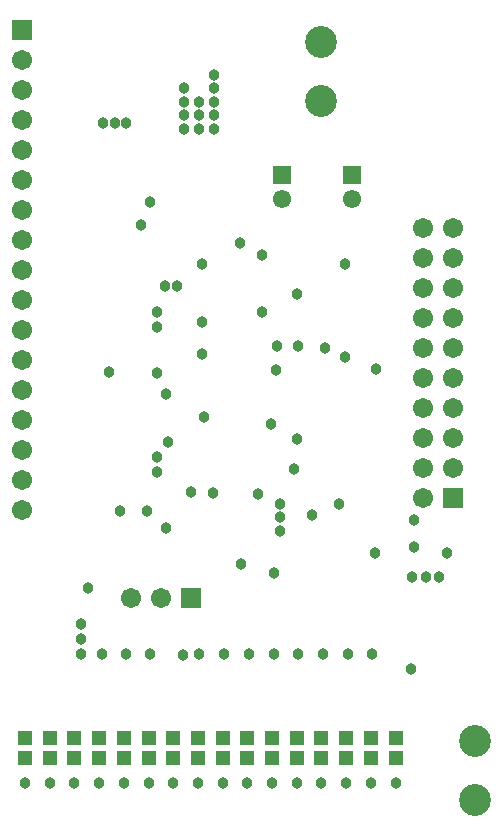
<source format=gbs>
%FSDAX24Y24*%
%MOIN*%
%SFA1B1*%

%IPPOS*%
%ADD41R,0.047400X0.051300*%
%ADD54C,0.061100*%
%ADD55R,0.061100X0.061100*%
%ADD56C,0.106400*%
%ADD57C,0.067100*%
%ADD58R,0.067100X0.067100*%
%ADD59R,0.067100X0.067100*%
%ADD60C,0.038000*%
%LNde-260124-1*%
%LPD*%
G54D41*
X027000Y015915D03*
Y016585D03*
X026177Y015915D03*
Y016585D03*
X025353Y015915D03*
Y016585D03*
X024530Y015915D03*
Y016585D03*
X023707Y015915D03*
Y016585D03*
X022883Y015915D03*
Y016585D03*
X022060Y015915D03*
Y016585D03*
X021237Y015915D03*
Y016585D03*
X020413Y015915D03*
Y016585D03*
X019590Y015915D03*
Y016585D03*
X018767Y015915D03*
Y016585D03*
X017943Y015915D03*
Y016585D03*
X017120Y015915D03*
Y016585D03*
X016297Y015915D03*
Y016585D03*
X015473Y015915D03*
Y016585D03*
X014650Y015915D03*
Y016585D03*
G54D54*
X023200Y034556D03*
X025550D03*
G54D55*
X023200Y035344D03*
X025550D03*
G54D56*
X029650Y014516D03*
Y016484D03*
X024500Y037816D03*
Y039784D03*
G54D57*
X027900Y033600D03*
X028900D03*
X027900Y032600D03*
X028900D03*
X027900Y031600D03*
X028900D03*
X027900Y030600D03*
X028900D03*
X027900Y029600D03*
X028900D03*
X027900Y028600D03*
X028900D03*
X027900Y027600D03*
X028900D03*
X027900Y026600D03*
X028900D03*
X027900Y025600D03*
X028900D03*
X027900Y024600D03*
X018178Y021250D03*
X019178D03*
X014550Y039200D03*
Y038200D03*
Y037200D03*
Y036200D03*
Y035200D03*
Y034200D03*
Y033200D03*
Y032200D03*
Y031200D03*
Y030200D03*
Y029200D03*
Y028200D03*
Y027200D03*
Y026200D03*
Y025200D03*
Y024200D03*
G54D58*
X028900Y024600D03*
X014550Y040200D03*
G54D59*
X020178Y021250D03*
G54D60*
X025100Y024400D03*
X020900Y024750D03*
X019900Y019350D03*
X020450Y019400D03*
X019350Y023600D03*
X018700Y024150D03*
X018800Y034450D03*
X020550Y030450D03*
Y032374D03*
X022550Y032700D03*
Y030800D03*
X022850Y027050D03*
X024650Y029600D03*
X019050Y025450D03*
X018522Y033672D03*
X019050Y030300D03*
X026350Y028900D03*
X023750Y029650D03*
X019035Y028765D03*
X017450Y028800D03*
X022950Y022100D03*
X020550Y029400D03*
X022422Y024728D03*
X025300Y032400D03*
Y029300D03*
X019400Y026450D03*
X019050Y030800D03*
X019300Y031650D03*
X019050Y025950D03*
X021800Y033100D03*
X014650Y015100D03*
X015473D03*
X016297D03*
X017120D03*
X017943D03*
X018767D03*
X019590D03*
X020413D03*
X021237D03*
X022060D03*
X022883D03*
X023707D03*
X024530D03*
X025353D03*
X026177D03*
X027000D03*
X026227Y019400D03*
X022110D03*
X022933D03*
X023757D03*
X024580D03*
X025403D03*
X021287D03*
X023600Y025550D03*
X028450Y021950D03*
X028000D03*
X027550D03*
X027500Y018900D03*
X023150Y023950D03*
Y024400D03*
X018800Y019400D03*
X016500D03*
X017200D03*
X018000D03*
X023050Y029650D03*
X023700Y031400D03*
Y026550D03*
X023150Y023500D03*
X016500Y019900D03*
Y020400D03*
X020178Y024778D03*
X019700Y031650D03*
X027600Y022950D03*
Y023850D03*
X028700Y022750D03*
X026300D03*
X021850Y022400D03*
X020600Y027300D03*
X017250Y037100D03*
X017650D03*
X018000D03*
X019950Y037800D03*
Y037350D03*
Y036900D03*
Y038250D03*
X020450Y036900D03*
Y037350D03*
X020452Y037770D03*
X020950Y038700D03*
Y038250D03*
Y037800D03*
Y037350D03*
Y036900D03*
X023000Y028850D03*
X019350Y028050D03*
X017800Y024150D03*
X024225Y024025D03*
X016750Y021600D03*
M02*
</source>
